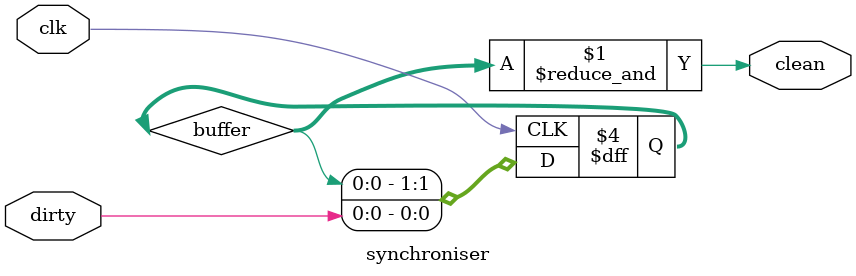
<source format=sv>
module synchroniser #(parameter LVLS=2) (
	input clk,    // Clock
	input dirty, // signal to be synchronised
	output clean // synchronous output
);
	logic [LVLS-1:0] buffer;

	initial buffer <= 0;

	assign clean = &buffer;

	always @(posedge clk)
		buffer <= {buffer[LVLS-2:0], dirty};

endmodule
</source>
